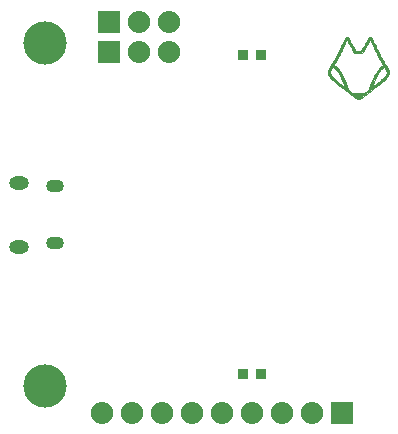
<source format=gbs>
G04 #@! TF.FileFunction,Soldermask,Bot*
%FSLAX46Y46*%
G04 Gerber Fmt 4.6, Leading zero omitted, Abs format (unit mm)*
G04 Created by KiCad (PCBNEW 4.0.2+dfsg1-stable) date ned 09 jul 2017 09:25:13 CEST*
%MOMM*%
G01*
G04 APERTURE LIST*
%ADD10C,0.100000*%
%ADD11C,0.010000*%
%ADD12C,3.660000*%
%ADD13R,1.887200X1.887200*%
%ADD14O,1.887200X1.887200*%
%ADD15O,1.510000X1.100000*%
%ADD16O,1.660000X1.160000*%
%ADD17R,0.957560X0.957560*%
G04 APERTURE END LIST*
D10*
D11*
G36*
X31375636Y33473781D02*
X31353371Y33445224D01*
X31326581Y33405180D01*
X31300179Y33361109D01*
X31293722Y33349427D01*
X31279423Y33323376D01*
X31255961Y33281072D01*
X31224559Y33224705D01*
X31186443Y33156465D01*
X31142836Y33078540D01*
X31094963Y32993122D01*
X31044048Y32902398D01*
X30991315Y32808560D01*
X30987825Y32802354D01*
X30727432Y32339333D01*
X30292568Y32339333D01*
X30032175Y32802354D01*
X29979366Y32896321D01*
X29928294Y32987315D01*
X29880184Y33073149D01*
X29836260Y33151631D01*
X29797746Y33220573D01*
X29765867Y33277785D01*
X29741847Y33321078D01*
X29726911Y33348261D01*
X29726278Y33349427D01*
X29700829Y33393305D01*
X29673659Y33435179D01*
X29649680Y33467591D01*
X29644365Y33473781D01*
X29607954Y33514083D01*
X29421748Y33514083D01*
X29390329Y33471361D01*
X29379515Y33453228D01*
X29360826Y33417995D01*
X29335298Y33367765D01*
X29303965Y33304637D01*
X29267861Y33230714D01*
X29228021Y33148097D01*
X29185479Y33058887D01*
X29144140Y32971298D01*
X29070923Y32815417D01*
X29005731Y32676790D01*
X28947591Y32553512D01*
X28895528Y32443676D01*
X28848570Y32345377D01*
X28805744Y32256711D01*
X28766077Y32175771D01*
X28728596Y32100653D01*
X28692327Y32029450D01*
X28656298Y31960258D01*
X28619535Y31891170D01*
X28581066Y31820282D01*
X28539917Y31745687D01*
X28495116Y31665482D01*
X28445688Y31577759D01*
X28390662Y31480614D01*
X28329064Y31372141D01*
X28313359Y31344500D01*
X27943542Y30693625D01*
X27940012Y30575648D01*
X27938932Y30520602D01*
X27940094Y30480002D01*
X27944313Y30447174D01*
X27952402Y30415445D01*
X27963567Y30382585D01*
X28009471Y30273811D01*
X28066356Y30174327D01*
X28137726Y30078573D01*
X28196984Y30012048D01*
X28213193Y29997020D01*
X28244892Y29969665D01*
X28291019Y29930849D01*
X28350512Y29881437D01*
X28422310Y29822296D01*
X28505350Y29754292D01*
X28598570Y29678289D01*
X28700908Y29595155D01*
X28811302Y29505754D01*
X28928691Y29410954D01*
X29052011Y29311618D01*
X29180201Y29208614D01*
X29312199Y29102807D01*
X29316660Y29099236D01*
X30372278Y28254167D01*
X30512577Y28254956D01*
X30652875Y28255745D01*
X31693629Y29089685D01*
X31824624Y29194728D01*
X31951778Y29296845D01*
X32074030Y29395174D01*
X32190316Y29488856D01*
X32299576Y29577029D01*
X32400748Y29658834D01*
X32492769Y29733410D01*
X32574578Y29799896D01*
X32645112Y29857432D01*
X32703311Y29905156D01*
X32748111Y29942209D01*
X32778451Y29967730D01*
X32792945Y29980542D01*
X32836400Y30026465D01*
X32883137Y30081961D01*
X32928757Y30141257D01*
X32968860Y30198583D01*
X32999044Y30248165D01*
X33003628Y30256889D01*
X33020872Y30294025D01*
X33040379Y30340631D01*
X33056525Y30382839D01*
X33068723Y30419143D01*
X33076335Y30450651D01*
X33080171Y30484031D01*
X33081042Y30525948D01*
X33080668Y30543601D01*
X32928070Y30543601D01*
X32916596Y30498350D01*
X32894206Y30443575D01*
X32862635Y30382277D01*
X32823617Y30317456D01*
X32778889Y30252114D01*
X32730184Y30189251D01*
X32679238Y30131869D01*
X32657066Y30109620D01*
X32642390Y30096728D01*
X32613584Y30072557D01*
X32572342Y30038472D01*
X32520358Y29995840D01*
X32459325Y29946026D01*
X32390937Y29890397D01*
X32316888Y29830319D01*
X32238872Y29767158D01*
X32158582Y29702280D01*
X32077711Y29637051D01*
X31997955Y29572837D01*
X31921005Y29511004D01*
X31848557Y29452919D01*
X31782304Y29399946D01*
X31723939Y29353454D01*
X31675156Y29314807D01*
X31637649Y29285371D01*
X31613111Y29266514D01*
X31603237Y29259600D01*
X31603176Y29259591D01*
X31605594Y29268985D01*
X31613751Y29294753D01*
X31626464Y29333270D01*
X31642547Y29380906D01*
X31647645Y29395829D01*
X31715490Y29578016D01*
X31796300Y29767960D01*
X31887489Y29960629D01*
X31986473Y30150988D01*
X32090666Y30334005D01*
X32197482Y30504644D01*
X32275654Y30618538D01*
X32317555Y30673097D01*
X32367955Y30732602D01*
X32423144Y30793201D01*
X32479411Y30851042D01*
X32533048Y30902271D01*
X32580344Y30943036D01*
X32607482Y30963142D01*
X32639890Y30984038D01*
X32665619Y30999253D01*
X32679543Y31005775D01*
X32680084Y31005833D01*
X32687365Y30997087D01*
X32703060Y30972936D01*
X32725366Y30936516D01*
X32752482Y30890963D01*
X32782605Y30839412D01*
X32813936Y30784997D01*
X32844671Y30730854D01*
X32873010Y30680119D01*
X32897151Y30635925D01*
X32915292Y30601409D01*
X32925633Y30579705D01*
X32926892Y30576326D01*
X32928070Y30543601D01*
X33080668Y30543601D01*
X33079988Y30575648D01*
X33076458Y30693625D01*
X32805547Y31170427D01*
X32591945Y31170427D01*
X32584268Y31160743D01*
X32561900Y31145911D01*
X32529622Y31129084D01*
X32528445Y31128532D01*
X32499010Y31112916D01*
X32468760Y31092439D01*
X32434535Y31064483D01*
X32393174Y31026429D01*
X32341517Y30975661D01*
X32330333Y30964418D01*
X32233522Y30859980D01*
X32140408Y30745114D01*
X32049519Y30617651D01*
X31959385Y30475420D01*
X31868533Y30316252D01*
X31792196Y30171042D01*
X31706841Y29998096D01*
X31633563Y29838123D01*
X31571026Y29687723D01*
X31517896Y29543493D01*
X31472835Y29402033D01*
X31434727Y29260825D01*
X31420911Y29205819D01*
X31408396Y29157743D01*
X31398239Y29120534D01*
X31391501Y29098130D01*
X31389827Y29093852D01*
X31379898Y29083871D01*
X31355885Y29062841D01*
X31320291Y29032862D01*
X31275621Y28996032D01*
X31224378Y28954449D01*
X31203208Y28937442D01*
X31139084Y28886642D01*
X31089260Y28848570D01*
X31052061Y28822072D01*
X31025809Y28805996D01*
X31008827Y28799188D01*
X31002125Y28799140D01*
X30981160Y28804804D01*
X30947411Y28813806D01*
X30912167Y28823145D01*
X30889674Y28828351D01*
X30864251Y28832475D01*
X30833291Y28835631D01*
X30794187Y28837933D01*
X30744333Y28839494D01*
X30681123Y28840427D01*
X30601948Y28840845D01*
X30504708Y28840863D01*
X30409817Y28840652D01*
X30333343Y28840198D01*
X30272535Y28839346D01*
X30224643Y28837943D01*
X30186919Y28835835D01*
X30156610Y28832866D01*
X30130969Y28828884D01*
X30107244Y28823733D01*
X30082685Y28817260D01*
X30082429Y28817189D01*
X30040309Y28806919D01*
X30007408Y28801642D01*
X29988701Y28802104D01*
X29987179Y28802890D01*
X29949706Y28832006D01*
X29905165Y28867228D01*
X29856370Y28906260D01*
X29806141Y28946803D01*
X29757292Y28986562D01*
X29712642Y29023241D01*
X29675007Y29054541D01*
X29647204Y29078168D01*
X29632050Y29091823D01*
X29630173Y29093957D01*
X29625389Y29108084D01*
X29616694Y29138853D01*
X29605147Y29182329D01*
X29591806Y29234579D01*
X29585273Y29260825D01*
X29583569Y29267136D01*
X29408014Y29267136D01*
X29406683Y29267298D01*
X29396249Y29275595D01*
X29370756Y29295941D01*
X29331673Y29327163D01*
X29280468Y29368085D01*
X29218609Y29417535D01*
X29147567Y29474338D01*
X29068809Y29537320D01*
X28983804Y29605306D01*
X28894021Y29677124D01*
X28890750Y29679741D01*
X28777130Y29770779D01*
X28678788Y29849978D01*
X28594346Y29918560D01*
X28522431Y29977754D01*
X28461667Y30028784D01*
X28410678Y30072876D01*
X28368090Y30111255D01*
X28332526Y30145147D01*
X28302611Y30175779D01*
X28276971Y30204374D01*
X28254230Y30232160D01*
X28233012Y30260362D01*
X28222134Y30275583D01*
X28183095Y30335480D01*
X28149018Y30396373D01*
X28121461Y30454634D01*
X28101978Y30506638D01*
X28092126Y30548758D01*
X28093108Y30576326D01*
X28100917Y30593841D01*
X28117036Y30625054D01*
X28139664Y30666831D01*
X28167000Y30716035D01*
X28197240Y30769533D01*
X28228585Y30824189D01*
X28259233Y30876867D01*
X28287381Y30924433D01*
X28311229Y30963751D01*
X28328974Y30991687D01*
X28338816Y31005105D01*
X28339917Y31005833D01*
X28352397Y31000334D01*
X28377187Y30985843D01*
X28409164Y30965375D01*
X28412519Y30963142D01*
X28453234Y30931903D01*
X28502865Y30887526D01*
X28557700Y30833865D01*
X28614031Y30774772D01*
X28668148Y30714098D01*
X28716342Y30655697D01*
X28744347Y30618538D01*
X28851904Y30459418D01*
X28958650Y30284232D01*
X29062004Y30098007D01*
X29159386Y29905770D01*
X29248213Y29712547D01*
X29325906Y29523366D01*
X29372798Y29394536D01*
X29388825Y29345849D01*
X29400612Y29306226D01*
X29407296Y29278908D01*
X29408014Y29267136D01*
X29583569Y29267136D01*
X29546910Y29402902D01*
X29501804Y29544368D01*
X29448619Y29688626D01*
X29386021Y29839075D01*
X29312673Y29999117D01*
X29227804Y30171042D01*
X29135258Y30345774D01*
X29044641Y30501784D01*
X28954480Y30641241D01*
X28863304Y30766315D01*
X28769643Y30879176D01*
X28689667Y30964418D01*
X28635708Y31017885D01*
X28592643Y31058142D01*
X28557310Y31087806D01*
X28526551Y31109497D01*
X28497205Y31125831D01*
X28491556Y31128532D01*
X28459032Y31145371D01*
X28436262Y31160320D01*
X28428025Y31170223D01*
X28428056Y31170427D01*
X28433637Y31181834D01*
X28448548Y31209564D01*
X28471639Y31251547D01*
X28501757Y31305715D01*
X28537754Y31370001D01*
X28578477Y31442337D01*
X28622777Y31520654D01*
X28631226Y31535552D01*
X28683169Y31627813D01*
X28731220Y31714850D01*
X28776964Y31799770D01*
X28821990Y31885683D01*
X28867885Y31975696D01*
X28916234Y32072917D01*
X28968625Y32180455D01*
X29026645Y32301417D01*
X29084832Y32424000D01*
X29133709Y32527444D01*
X29181320Y32628381D01*
X29226621Y32724588D01*
X29268571Y32813846D01*
X29306128Y32893933D01*
X29338250Y32962628D01*
X29363893Y33017710D01*
X29382017Y33056959D01*
X29387767Y33069583D01*
X29412969Y33124500D01*
X29440078Y33182134D01*
X29465093Y33234037D01*
X29477678Y33259399D01*
X29517408Y33338090D01*
X29536968Y33312316D01*
X29548303Y33294414D01*
X29567123Y33261416D01*
X29591345Y33217108D01*
X29618890Y33165276D01*
X29638391Y33127792D01*
X29666240Y33074351D01*
X29691396Y33027132D01*
X29712006Y32989529D01*
X29726221Y32964934D01*
X29731481Y32957159D01*
X29738917Y32945631D01*
X29755523Y32917607D01*
X29780160Y32875078D01*
X29811691Y32820034D01*
X29848977Y32754467D01*
X29890881Y32680367D01*
X29936263Y32599725D01*
X29959667Y32557996D01*
X30176625Y32170715D01*
X30236963Y32170358D01*
X30283737Y32173156D01*
X30334833Y32180674D01*
X30358249Y32185875D01*
X30418806Y32196402D01*
X30490677Y32200942D01*
X30564872Y32199497D01*
X30632402Y32192066D01*
X30661751Y32185875D01*
X30708766Y32176674D01*
X30759788Y32171127D01*
X30783037Y32170358D01*
X30843375Y32170715D01*
X31060333Y32557996D01*
X31107017Y32641139D01*
X31150786Y32718727D01*
X31190500Y32788767D01*
X31225022Y32849269D01*
X31253214Y32898243D01*
X31273938Y32933696D01*
X31286056Y32953639D01*
X31288519Y32957159D01*
X31296927Y32970176D01*
X31313075Y32998667D01*
X31335114Y33039238D01*
X31361190Y33088497D01*
X31381610Y33127792D01*
X31410223Y33182571D01*
X31436925Y33232392D01*
X31459633Y33273469D01*
X31476268Y33302015D01*
X31483032Y33312316D01*
X31502592Y33338090D01*
X31542322Y33259399D01*
X31564072Y33215194D01*
X31590372Y33160074D01*
X31617218Y33102489D01*
X31632233Y33069583D01*
X31646353Y33038775D01*
X31668496Y32991061D01*
X31697620Y32928661D01*
X31732682Y32853797D01*
X31772641Y32768690D01*
X31816455Y32675561D01*
X31863081Y32576631D01*
X31911476Y32474120D01*
X31935169Y32424000D01*
X31999593Y32288339D01*
X32056965Y32168892D01*
X32108870Y32062553D01*
X32156895Y31966211D01*
X32202628Y31876760D01*
X32247655Y31791092D01*
X32293563Y31706097D01*
X32341938Y31618669D01*
X32388774Y31535552D01*
X32433606Y31456359D01*
X32475074Y31382768D01*
X32512027Y31316846D01*
X32543313Y31260660D01*
X32567783Y31216280D01*
X32584286Y31185773D01*
X32591670Y31171206D01*
X32591945Y31170427D01*
X32805547Y31170427D01*
X32706641Y31344500D01*
X32643339Y31455944D01*
X32586840Y31555607D01*
X32536170Y31645396D01*
X32490358Y31727214D01*
X32448430Y31802969D01*
X32409412Y31874565D01*
X32372332Y31943908D01*
X32336217Y32012903D01*
X32300093Y32083456D01*
X32262988Y32157472D01*
X32223928Y32236856D01*
X32181941Y32323514D01*
X32136053Y32419352D01*
X32085291Y32526275D01*
X32028682Y32646188D01*
X31965253Y32780996D01*
X31894031Y32932606D01*
X31875861Y32971298D01*
X31831728Y33064775D01*
X31789328Y33153625D01*
X31749697Y33235747D01*
X31713868Y33309040D01*
X31682877Y33371402D01*
X31657757Y33420732D01*
X31639543Y33454929D01*
X31629671Y33471361D01*
X31598252Y33514083D01*
X31412047Y33514083D01*
X31375636Y33473781D01*
X31375636Y33473781D01*
G37*
X31375636Y33473781D02*
X31353371Y33445224D01*
X31326581Y33405180D01*
X31300179Y33361109D01*
X31293722Y33349427D01*
X31279423Y33323376D01*
X31255961Y33281072D01*
X31224559Y33224705D01*
X31186443Y33156465D01*
X31142836Y33078540D01*
X31094963Y32993122D01*
X31044048Y32902398D01*
X30991315Y32808560D01*
X30987825Y32802354D01*
X30727432Y32339333D01*
X30292568Y32339333D01*
X30032175Y32802354D01*
X29979366Y32896321D01*
X29928294Y32987315D01*
X29880184Y33073149D01*
X29836260Y33151631D01*
X29797746Y33220573D01*
X29765867Y33277785D01*
X29741847Y33321078D01*
X29726911Y33348261D01*
X29726278Y33349427D01*
X29700829Y33393305D01*
X29673659Y33435179D01*
X29649680Y33467591D01*
X29644365Y33473781D01*
X29607954Y33514083D01*
X29421748Y33514083D01*
X29390329Y33471361D01*
X29379515Y33453228D01*
X29360826Y33417995D01*
X29335298Y33367765D01*
X29303965Y33304637D01*
X29267861Y33230714D01*
X29228021Y33148097D01*
X29185479Y33058887D01*
X29144140Y32971298D01*
X29070923Y32815417D01*
X29005731Y32676790D01*
X28947591Y32553512D01*
X28895528Y32443676D01*
X28848570Y32345377D01*
X28805744Y32256711D01*
X28766077Y32175771D01*
X28728596Y32100653D01*
X28692327Y32029450D01*
X28656298Y31960258D01*
X28619535Y31891170D01*
X28581066Y31820282D01*
X28539917Y31745687D01*
X28495116Y31665482D01*
X28445688Y31577759D01*
X28390662Y31480614D01*
X28329064Y31372141D01*
X28313359Y31344500D01*
X27943542Y30693625D01*
X27940012Y30575648D01*
X27938932Y30520602D01*
X27940094Y30480002D01*
X27944313Y30447174D01*
X27952402Y30415445D01*
X27963567Y30382585D01*
X28009471Y30273811D01*
X28066356Y30174327D01*
X28137726Y30078573D01*
X28196984Y30012048D01*
X28213193Y29997020D01*
X28244892Y29969665D01*
X28291019Y29930849D01*
X28350512Y29881437D01*
X28422310Y29822296D01*
X28505350Y29754292D01*
X28598570Y29678289D01*
X28700908Y29595155D01*
X28811302Y29505754D01*
X28928691Y29410954D01*
X29052011Y29311618D01*
X29180201Y29208614D01*
X29312199Y29102807D01*
X29316660Y29099236D01*
X30372278Y28254167D01*
X30512577Y28254956D01*
X30652875Y28255745D01*
X31693629Y29089685D01*
X31824624Y29194728D01*
X31951778Y29296845D01*
X32074030Y29395174D01*
X32190316Y29488856D01*
X32299576Y29577029D01*
X32400748Y29658834D01*
X32492769Y29733410D01*
X32574578Y29799896D01*
X32645112Y29857432D01*
X32703311Y29905156D01*
X32748111Y29942209D01*
X32778451Y29967730D01*
X32792945Y29980542D01*
X32836400Y30026465D01*
X32883137Y30081961D01*
X32928757Y30141257D01*
X32968860Y30198583D01*
X32999044Y30248165D01*
X33003628Y30256889D01*
X33020872Y30294025D01*
X33040379Y30340631D01*
X33056525Y30382839D01*
X33068723Y30419143D01*
X33076335Y30450651D01*
X33080171Y30484031D01*
X33081042Y30525948D01*
X33080668Y30543601D01*
X32928070Y30543601D01*
X32916596Y30498350D01*
X32894206Y30443575D01*
X32862635Y30382277D01*
X32823617Y30317456D01*
X32778889Y30252114D01*
X32730184Y30189251D01*
X32679238Y30131869D01*
X32657066Y30109620D01*
X32642390Y30096728D01*
X32613584Y30072557D01*
X32572342Y30038472D01*
X32520358Y29995840D01*
X32459325Y29946026D01*
X32390937Y29890397D01*
X32316888Y29830319D01*
X32238872Y29767158D01*
X32158582Y29702280D01*
X32077711Y29637051D01*
X31997955Y29572837D01*
X31921005Y29511004D01*
X31848557Y29452919D01*
X31782304Y29399946D01*
X31723939Y29353454D01*
X31675156Y29314807D01*
X31637649Y29285371D01*
X31613111Y29266514D01*
X31603237Y29259600D01*
X31603176Y29259591D01*
X31605594Y29268985D01*
X31613751Y29294753D01*
X31626464Y29333270D01*
X31642547Y29380906D01*
X31647645Y29395829D01*
X31715490Y29578016D01*
X31796300Y29767960D01*
X31887489Y29960629D01*
X31986473Y30150988D01*
X32090666Y30334005D01*
X32197482Y30504644D01*
X32275654Y30618538D01*
X32317555Y30673097D01*
X32367955Y30732602D01*
X32423144Y30793201D01*
X32479411Y30851042D01*
X32533048Y30902271D01*
X32580344Y30943036D01*
X32607482Y30963142D01*
X32639890Y30984038D01*
X32665619Y30999253D01*
X32679543Y31005775D01*
X32680084Y31005833D01*
X32687365Y30997087D01*
X32703060Y30972936D01*
X32725366Y30936516D01*
X32752482Y30890963D01*
X32782605Y30839412D01*
X32813936Y30784997D01*
X32844671Y30730854D01*
X32873010Y30680119D01*
X32897151Y30635925D01*
X32915292Y30601409D01*
X32925633Y30579705D01*
X32926892Y30576326D01*
X32928070Y30543601D01*
X33080668Y30543601D01*
X33079988Y30575648D01*
X33076458Y30693625D01*
X32805547Y31170427D01*
X32591945Y31170427D01*
X32584268Y31160743D01*
X32561900Y31145911D01*
X32529622Y31129084D01*
X32528445Y31128532D01*
X32499010Y31112916D01*
X32468760Y31092439D01*
X32434535Y31064483D01*
X32393174Y31026429D01*
X32341517Y30975661D01*
X32330333Y30964418D01*
X32233522Y30859980D01*
X32140408Y30745114D01*
X32049519Y30617651D01*
X31959385Y30475420D01*
X31868533Y30316252D01*
X31792196Y30171042D01*
X31706841Y29998096D01*
X31633563Y29838123D01*
X31571026Y29687723D01*
X31517896Y29543493D01*
X31472835Y29402033D01*
X31434727Y29260825D01*
X31420911Y29205819D01*
X31408396Y29157743D01*
X31398239Y29120534D01*
X31391501Y29098130D01*
X31389827Y29093852D01*
X31379898Y29083871D01*
X31355885Y29062841D01*
X31320291Y29032862D01*
X31275621Y28996032D01*
X31224378Y28954449D01*
X31203208Y28937442D01*
X31139084Y28886642D01*
X31089260Y28848570D01*
X31052061Y28822072D01*
X31025809Y28805996D01*
X31008827Y28799188D01*
X31002125Y28799140D01*
X30981160Y28804804D01*
X30947411Y28813806D01*
X30912167Y28823145D01*
X30889674Y28828351D01*
X30864251Y28832475D01*
X30833291Y28835631D01*
X30794187Y28837933D01*
X30744333Y28839494D01*
X30681123Y28840427D01*
X30601948Y28840845D01*
X30504708Y28840863D01*
X30409817Y28840652D01*
X30333343Y28840198D01*
X30272535Y28839346D01*
X30224643Y28837943D01*
X30186919Y28835835D01*
X30156610Y28832866D01*
X30130969Y28828884D01*
X30107244Y28823733D01*
X30082685Y28817260D01*
X30082429Y28817189D01*
X30040309Y28806919D01*
X30007408Y28801642D01*
X29988701Y28802104D01*
X29987179Y28802890D01*
X29949706Y28832006D01*
X29905165Y28867228D01*
X29856370Y28906260D01*
X29806141Y28946803D01*
X29757292Y28986562D01*
X29712642Y29023241D01*
X29675007Y29054541D01*
X29647204Y29078168D01*
X29632050Y29091823D01*
X29630173Y29093957D01*
X29625389Y29108084D01*
X29616694Y29138853D01*
X29605147Y29182329D01*
X29591806Y29234579D01*
X29585273Y29260825D01*
X29583569Y29267136D01*
X29408014Y29267136D01*
X29406683Y29267298D01*
X29396249Y29275595D01*
X29370756Y29295941D01*
X29331673Y29327163D01*
X29280468Y29368085D01*
X29218609Y29417535D01*
X29147567Y29474338D01*
X29068809Y29537320D01*
X28983804Y29605306D01*
X28894021Y29677124D01*
X28890750Y29679741D01*
X28777130Y29770779D01*
X28678788Y29849978D01*
X28594346Y29918560D01*
X28522431Y29977754D01*
X28461667Y30028784D01*
X28410678Y30072876D01*
X28368090Y30111255D01*
X28332526Y30145147D01*
X28302611Y30175779D01*
X28276971Y30204374D01*
X28254230Y30232160D01*
X28233012Y30260362D01*
X28222134Y30275583D01*
X28183095Y30335480D01*
X28149018Y30396373D01*
X28121461Y30454634D01*
X28101978Y30506638D01*
X28092126Y30548758D01*
X28093108Y30576326D01*
X28100917Y30593841D01*
X28117036Y30625054D01*
X28139664Y30666831D01*
X28167000Y30716035D01*
X28197240Y30769533D01*
X28228585Y30824189D01*
X28259233Y30876867D01*
X28287381Y30924433D01*
X28311229Y30963751D01*
X28328974Y30991687D01*
X28338816Y31005105D01*
X28339917Y31005833D01*
X28352397Y31000334D01*
X28377187Y30985843D01*
X28409164Y30965375D01*
X28412519Y30963142D01*
X28453234Y30931903D01*
X28502865Y30887526D01*
X28557700Y30833865D01*
X28614031Y30774772D01*
X28668148Y30714098D01*
X28716342Y30655697D01*
X28744347Y30618538D01*
X28851904Y30459418D01*
X28958650Y30284232D01*
X29062004Y30098007D01*
X29159386Y29905770D01*
X29248213Y29712547D01*
X29325906Y29523366D01*
X29372798Y29394536D01*
X29388825Y29345849D01*
X29400612Y29306226D01*
X29407296Y29278908D01*
X29408014Y29267136D01*
X29583569Y29267136D01*
X29546910Y29402902D01*
X29501804Y29544368D01*
X29448619Y29688626D01*
X29386021Y29839075D01*
X29312673Y29999117D01*
X29227804Y30171042D01*
X29135258Y30345774D01*
X29044641Y30501784D01*
X28954480Y30641241D01*
X28863304Y30766315D01*
X28769643Y30879176D01*
X28689667Y30964418D01*
X28635708Y31017885D01*
X28592643Y31058142D01*
X28557310Y31087806D01*
X28526551Y31109497D01*
X28497205Y31125831D01*
X28491556Y31128532D01*
X28459032Y31145371D01*
X28436262Y31160320D01*
X28428025Y31170223D01*
X28428056Y31170427D01*
X28433637Y31181834D01*
X28448548Y31209564D01*
X28471639Y31251547D01*
X28501757Y31305715D01*
X28537754Y31370001D01*
X28578477Y31442337D01*
X28622777Y31520654D01*
X28631226Y31535552D01*
X28683169Y31627813D01*
X28731220Y31714850D01*
X28776964Y31799770D01*
X28821990Y31885683D01*
X28867885Y31975696D01*
X28916234Y32072917D01*
X28968625Y32180455D01*
X29026645Y32301417D01*
X29084832Y32424000D01*
X29133709Y32527444D01*
X29181320Y32628381D01*
X29226621Y32724588D01*
X29268571Y32813846D01*
X29306128Y32893933D01*
X29338250Y32962628D01*
X29363893Y33017710D01*
X29382017Y33056959D01*
X29387767Y33069583D01*
X29412969Y33124500D01*
X29440078Y33182134D01*
X29465093Y33234037D01*
X29477678Y33259399D01*
X29517408Y33338090D01*
X29536968Y33312316D01*
X29548303Y33294414D01*
X29567123Y33261416D01*
X29591345Y33217108D01*
X29618890Y33165276D01*
X29638391Y33127792D01*
X29666240Y33074351D01*
X29691396Y33027132D01*
X29712006Y32989529D01*
X29726221Y32964934D01*
X29731481Y32957159D01*
X29738917Y32945631D01*
X29755523Y32917607D01*
X29780160Y32875078D01*
X29811691Y32820034D01*
X29848977Y32754467D01*
X29890881Y32680367D01*
X29936263Y32599725D01*
X29959667Y32557996D01*
X30176625Y32170715D01*
X30236963Y32170358D01*
X30283737Y32173156D01*
X30334833Y32180674D01*
X30358249Y32185875D01*
X30418806Y32196402D01*
X30490677Y32200942D01*
X30564872Y32199497D01*
X30632402Y32192066D01*
X30661751Y32185875D01*
X30708766Y32176674D01*
X30759788Y32171127D01*
X30783037Y32170358D01*
X30843375Y32170715D01*
X31060333Y32557996D01*
X31107017Y32641139D01*
X31150786Y32718727D01*
X31190500Y32788767D01*
X31225022Y32849269D01*
X31253214Y32898243D01*
X31273938Y32933696D01*
X31286056Y32953639D01*
X31288519Y32957159D01*
X31296927Y32970176D01*
X31313075Y32998667D01*
X31335114Y33039238D01*
X31361190Y33088497D01*
X31381610Y33127792D01*
X31410223Y33182571D01*
X31436925Y33232392D01*
X31459633Y33273469D01*
X31476268Y33302015D01*
X31483032Y33312316D01*
X31502592Y33338090D01*
X31542322Y33259399D01*
X31564072Y33215194D01*
X31590372Y33160074D01*
X31617218Y33102489D01*
X31632233Y33069583D01*
X31646353Y33038775D01*
X31668496Y32991061D01*
X31697620Y32928661D01*
X31732682Y32853797D01*
X31772641Y32768690D01*
X31816455Y32675561D01*
X31863081Y32576631D01*
X31911476Y32474120D01*
X31935169Y32424000D01*
X31999593Y32288339D01*
X32056965Y32168892D01*
X32108870Y32062553D01*
X32156895Y31966211D01*
X32202628Y31876760D01*
X32247655Y31791092D01*
X32293563Y31706097D01*
X32341938Y31618669D01*
X32388774Y31535552D01*
X32433606Y31456359D01*
X32475074Y31382768D01*
X32512027Y31316846D01*
X32543313Y31260660D01*
X32567783Y31216280D01*
X32584286Y31185773D01*
X32591670Y31171206D01*
X32591945Y31170427D01*
X32805547Y31170427D01*
X32706641Y31344500D01*
X32643339Y31455944D01*
X32586840Y31555607D01*
X32536170Y31645396D01*
X32490358Y31727214D01*
X32448430Y31802969D01*
X32409412Y31874565D01*
X32372332Y31943908D01*
X32336217Y32012903D01*
X32300093Y32083456D01*
X32262988Y32157472D01*
X32223928Y32236856D01*
X32181941Y32323514D01*
X32136053Y32419352D01*
X32085291Y32526275D01*
X32028682Y32646188D01*
X31965253Y32780996D01*
X31894031Y32932606D01*
X31875861Y32971298D01*
X31831728Y33064775D01*
X31789328Y33153625D01*
X31749697Y33235747D01*
X31713868Y33309040D01*
X31682877Y33371402D01*
X31657757Y33420732D01*
X31639543Y33454929D01*
X31629671Y33471361D01*
X31598252Y33514083D01*
X31412047Y33514083D01*
X31375636Y33473781D01*
D12*
X4000000Y3996400D03*
X4000000Y32996400D03*
D13*
X29120000Y1750000D03*
D14*
X26580000Y1750000D03*
X24040000Y1750000D03*
X21500000Y1750000D03*
X18960000Y1750000D03*
X16420000Y1750000D03*
X13880000Y1750000D03*
X11340000Y1750000D03*
X8800000Y1750000D03*
D13*
X9360000Y34850000D03*
D14*
X11900000Y34850000D03*
X14440000Y34850000D03*
D13*
X9360000Y32310000D03*
D14*
X11900000Y32310000D03*
X14440000Y32310000D03*
D15*
X4830000Y20921400D03*
X4830000Y16071400D03*
D16*
X1800000Y21221400D03*
X1800000Y15771400D03*
D17*
X20760700Y32000000D03*
X22259300Y32000000D03*
X20750700Y5000000D03*
X22249300Y5000000D03*
M02*

</source>
